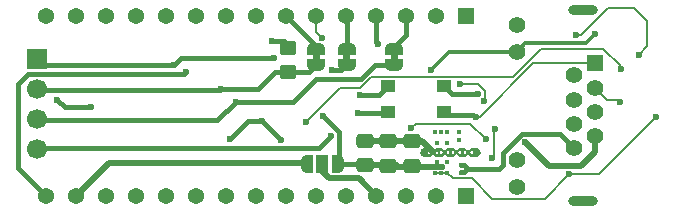
<source format=gbr>
%TF.GenerationSoftware,KiCad,Pcbnew,9.0.1*%
%TF.CreationDate,2025-04-24T23:24:53-04:00*%
%TF.ProjectId,can-nano-shield-rj45,63616e2d-6e61-46e6-9f2d-736869656c64,rev?*%
%TF.SameCoordinates,Original*%
%TF.FileFunction,Copper,L1,Top*%
%TF.FilePolarity,Positive*%
%FSLAX46Y46*%
G04 Gerber Fmt 4.6, Leading zero omitted, Abs format (unit mm)*
G04 Created by KiCad (PCBNEW 9.0.1) date 2025-04-24 23:24:53*
%MOMM*%
%LPD*%
G01*
G04 APERTURE LIST*
G04 Aperture macros list*
%AMRoundRect*
0 Rectangle with rounded corners*
0 $1 Rounding radius*
0 $2 $3 $4 $5 $6 $7 $8 $9 X,Y pos of 4 corners*
0 Add a 4 corners polygon primitive as box body*
4,1,4,$2,$3,$4,$5,$6,$7,$8,$9,$2,$3,0*
0 Add four circle primitives for the rounded corners*
1,1,$1+$1,$2,$3*
1,1,$1+$1,$4,$5*
1,1,$1+$1,$6,$7*
1,1,$1+$1,$8,$9*
0 Add four rect primitives between the rounded corners*
20,1,$1+$1,$2,$3,$4,$5,0*
20,1,$1+$1,$4,$5,$6,$7,0*
20,1,$1+$1,$6,$7,$8,$9,0*
20,1,$1+$1,$8,$9,$2,$3,0*%
%AMFreePoly0*
4,1,23,0.550000,-0.750000,0.000000,-0.750000,0.000000,-0.745722,-0.065263,-0.745722,-0.191342,-0.711940,-0.304381,-0.646677,-0.396677,-0.554381,-0.461940,-0.441342,-0.495722,-0.315263,-0.495722,-0.250000,-0.500000,-0.250000,-0.500000,0.250000,-0.495722,0.250000,-0.495722,0.315263,-0.461940,0.441342,-0.396677,0.554381,-0.304381,0.646677,-0.191342,0.711940,-0.065263,0.745722,0.000000,0.745722,
0.000000,0.750000,0.550000,0.750000,0.550000,-0.750000,0.550000,-0.750000,$1*%
%AMFreePoly1*
4,1,23,0.000000,0.745722,0.065263,0.745722,0.191342,0.711940,0.304381,0.646677,0.396677,0.554381,0.461940,0.441342,0.495722,0.315263,0.495722,0.250000,0.500000,0.250000,0.500000,-0.250000,0.495722,-0.250000,0.495722,-0.315263,0.461940,-0.441342,0.396677,-0.554381,0.304381,-0.646677,0.191342,-0.711940,0.065263,-0.745722,0.000000,-0.745722,0.000000,-0.750000,-0.550000,-0.750000,
-0.550000,0.750000,0.000000,0.750000,0.000000,0.745722,0.000000,0.745722,$1*%
%AMFreePoly2*
4,1,23,0.500000,-0.750000,0.000000,-0.750000,0.000000,-0.745722,-0.065263,-0.745722,-0.191342,-0.711940,-0.304381,-0.646677,-0.396677,-0.554381,-0.461940,-0.441342,-0.495722,-0.315263,-0.495722,-0.250000,-0.500000,-0.250000,-0.500000,0.250000,-0.495722,0.250000,-0.495722,0.315263,-0.461940,0.441342,-0.396677,0.554381,-0.304381,0.646677,-0.191342,0.711940,-0.065263,0.745722,0.000000,0.745722,
0.000000,0.750000,0.500000,0.750000,0.500000,-0.750000,0.500000,-0.750000,$1*%
%AMFreePoly3*
4,1,23,0.000000,0.745722,0.065263,0.745722,0.191342,0.711940,0.304381,0.646677,0.396677,0.554381,0.461940,0.441342,0.495722,0.315263,0.495722,0.250000,0.500000,0.250000,0.500000,-0.250000,0.495722,-0.250000,0.495722,-0.315263,0.461940,-0.441342,0.396677,-0.554381,0.304381,-0.646677,0.191342,-0.711940,0.065263,-0.745722,0.000000,-0.745722,0.000000,-0.750000,-0.500000,-0.750000,
-0.500000,0.750000,0.000000,0.750000,0.000000,0.745722,0.000000,0.745722,$1*%
G04 Aperture macros list end*
%TA.AperFunction,EtchedComponent*%
%ADD10C,0.000000*%
%TD*%
%TA.AperFunction,SMDPad,CuDef*%
%ADD11RoundRect,0.250000X0.475000X-0.337500X0.475000X0.337500X-0.475000X0.337500X-0.475000X-0.337500X0*%
%TD*%
%TA.AperFunction,SMDPad,CuDef*%
%ADD12FreePoly0,180.000000*%
%TD*%
%TA.AperFunction,SMDPad,CuDef*%
%ADD13R,1.000000X1.500000*%
%TD*%
%TA.AperFunction,SMDPad,CuDef*%
%ADD14FreePoly1,180.000000*%
%TD*%
%TA.AperFunction,SMDPad,CuDef*%
%ADD15FreePoly2,270.000000*%
%TD*%
%TA.AperFunction,SMDPad,CuDef*%
%ADD16FreePoly3,270.000000*%
%TD*%
%TA.AperFunction,ComponentPad*%
%ADD17R,1.400000X1.400000*%
%TD*%
%TA.AperFunction,ComponentPad*%
%ADD18C,1.400000*%
%TD*%
%TA.AperFunction,ComponentPad*%
%ADD19O,2.500000X0.800000*%
%TD*%
%TA.AperFunction,ComponentPad*%
%ADD20R,1.370000X1.370000*%
%TD*%
%TA.AperFunction,ComponentPad*%
%ADD21C,1.370000*%
%TD*%
%TA.AperFunction,SMDPad,CuDef*%
%ADD22RoundRect,0.250000X-0.450000X0.350000X-0.450000X-0.350000X0.450000X-0.350000X0.450000X0.350000X0*%
%TD*%
%TA.AperFunction,SMDPad,CuDef*%
%ADD23R,1.219200X0.990600*%
%TD*%
%TA.AperFunction,ComponentPad*%
%ADD24C,0.400000*%
%TD*%
%TA.AperFunction,ComponentPad*%
%ADD25R,1.700000X1.700000*%
%TD*%
%TA.AperFunction,ComponentPad*%
%ADD26C,1.700000*%
%TD*%
%TA.AperFunction,ViaPad*%
%ADD27C,0.600000*%
%TD*%
%TA.AperFunction,Conductor*%
%ADD28C,0.400000*%
%TD*%
%TA.AperFunction,Conductor*%
%ADD29C,0.500000*%
%TD*%
%TA.AperFunction,Conductor*%
%ADD30C,0.200000*%
%TD*%
%TA.AperFunction,Conductor*%
%ADD31C,0.300000*%
%TD*%
G04 APERTURE END LIST*
D10*
%TA.AperFunction,EtchedComponent*%
%TO.C,JP2*%
G36*
X139000000Y-88450000D02*
G01*
X138400000Y-88450000D01*
X138400000Y-87950000D01*
X139000000Y-87950000D01*
X139000000Y-88450000D01*
G37*
%TD.AperFunction*%
%TA.AperFunction,EtchedComponent*%
%TO.C,JP3*%
G36*
X141575000Y-88450000D02*
G01*
X140975000Y-88450000D01*
X140975000Y-87950000D01*
X141575000Y-87950000D01*
X141575000Y-88450000D01*
G37*
%TD.AperFunction*%
%TA.AperFunction,EtchedComponent*%
%TO.C,JP4*%
G36*
X145600000Y-88425000D02*
G01*
X145000000Y-88425000D01*
X145000000Y-87925000D01*
X145600000Y-87925000D01*
X145600000Y-88425000D01*
G37*
%TD.AperFunction*%
%TD*%
D11*
%TO.P,C9,1*%
%TO.N,VCC*%
X142780000Y-97367500D03*
%TO.P,C9,2*%
%TO.N,GND*%
X142780000Y-95292500D03*
%TD*%
D12*
%TO.P,JP1,1,A*%
%TO.N,VCC*%
X140490000Y-97212500D03*
D13*
%TO.P,JP1,2,C*%
%TO.N,+5V*%
X139190000Y-97212500D03*
D14*
%TO.P,JP1,3,B*%
%TO.N,+3V3*%
X137890000Y-97212500D03*
%TD*%
D15*
%TO.P,JP2,1,A*%
%TO.N,/CAN_CS_DEFAULT*%
X138700000Y-87550000D03*
D16*
%TO.P,JP2,2,B*%
%TO.N,/CAN_CS*%
X138700000Y-88850000D03*
%TD*%
D15*
%TO.P,JP3,1,A*%
%TO.N,/CAN_INT_DEFAULT*%
X141275000Y-87550000D03*
D16*
%TO.P,JP3,2,B*%
%TO.N,/~{CAN_INT}*%
X141275000Y-88850000D03*
%TD*%
D17*
%TO.P,J4,1*%
%TO.N,/CAN_H*%
X162260000Y-88730000D03*
D18*
%TO.P,J4,2*%
%TO.N,/CAN_L*%
X160480000Y-89750000D03*
%TO.P,J4,3*%
%TO.N,GND*%
X162260000Y-90770000D03*
%TO.P,J4,4*%
%TO.N,/CAN_SYNC*%
X160480000Y-91790000D03*
%TO.P,J4,5*%
%TO.N,/CAN_ESTOP*%
X162260000Y-92810000D03*
%TO.P,J4,6*%
%TO.N,/CAN_SHLD*%
X160480000Y-93830000D03*
%TO.P,J4,7*%
%TO.N,GND*%
X162260000Y-94850000D03*
%TO.P,J4,8*%
%TO.N,/CAN_V+*%
X160480000Y-95870000D03*
%TO.P,J4,9*%
%TO.N,GND*%
X155660000Y-99160000D03*
%TO.P,J4,10*%
%TO.N,/LED_PWR*%
X155660000Y-96870000D03*
%TO.P,J4,11*%
%TO.N,GND*%
X155660000Y-87730000D03*
%TO.P,J4,12*%
%TO.N,/LED_TX*%
X155660000Y-85440000D03*
D19*
%TO.P,J4,13*%
%TO.N,N/C*%
X161240000Y-84200000D03*
%TO.P,J4,14*%
X161240000Y-100400000D03*
%TD*%
D20*
%TO.P,J2,01,01*%
%TO.N,unconnected-(J2-Pad01)*%
X151400000Y-99930000D03*
D21*
%TO.P,J2,02,02*%
%TO.N,GND*%
X148860000Y-99930000D03*
%TO.P,J2,03,03*%
%TO.N,/RST2*%
X146320000Y-99930000D03*
%TO.P,J2,04,04*%
%TO.N,+5V*%
X143780000Y-99930000D03*
%TO.P,J2,05,05*%
%TO.N,/A7*%
X141240000Y-99930000D03*
%TO.P,J2,06,06*%
%TO.N,/A6*%
X138700000Y-99930000D03*
%TO.P,J2,07,07*%
%TO.N,/A5*%
X136160000Y-99930000D03*
%TO.P,J2,08,08*%
%TO.N,/A4*%
X133620000Y-99930000D03*
%TO.P,J2,09,09*%
%TO.N,/A3*%
X131080000Y-99930000D03*
%TO.P,J2,10,10*%
%TO.N,/A2*%
X128540000Y-99930000D03*
%TO.P,J2,11,11*%
%TO.N,/A1*%
X126000000Y-99930000D03*
%TO.P,J2,12,12*%
%TO.N,/A0*%
X123460000Y-99930000D03*
%TO.P,J2,13,13*%
%TO.N,/AREF*%
X120920000Y-99930000D03*
%TO.P,J2,14,14*%
%TO.N,+3V3*%
X118380000Y-99930000D03*
%TO.P,J2,15,15*%
%TO.N,/SCK*%
X115840000Y-99930000D03*
%TD*%
D22*
%TO.P,R1,1*%
%TO.N,VCC*%
X136325000Y-87425000D03*
%TO.P,R1,2*%
%TO.N,/CAN_CS*%
X136325000Y-89425000D03*
%TD*%
D11*
%TO.P,C11,1*%
%TO.N,VCC*%
X146760000Y-97377500D03*
%TO.P,C11,2*%
%TO.N,GND*%
X146760000Y-95302500D03*
%TD*%
D15*
%TO.P,JP4,1,A*%
%TO.N,/RST1*%
X145300000Y-87525000D03*
D16*
%TO.P,JP4,2,B*%
%TO.N,/CAN_RESET*%
X145300000Y-88825000D03*
%TD*%
D11*
%TO.P,C10,1*%
%TO.N,VCC*%
X144780000Y-97377500D03*
%TO.P,C10,2*%
%TO.N,GND*%
X144780000Y-95302500D03*
%TD*%
D23*
%TO.P,T1,1,1*%
%TO.N,/CAN_H_IN*%
X144781000Y-92875000D03*
%TO.P,T1,2,2*%
%TO.N,/CAN_H*%
X149480000Y-92875000D03*
%TO.P,T1,3,3*%
%TO.N,/CAN_L*%
X149480000Y-90675000D03*
%TO.P,T1,4,4*%
%TO.N,/CAN_L_IN*%
X144781000Y-90675000D03*
%TD*%
D20*
%TO.P,J1,01,01*%
%TO.N,/D1*%
X151405000Y-84700000D03*
D21*
%TO.P,J1,02,02*%
%TO.N,/D0*%
X148865000Y-84700000D03*
%TO.P,J1,03,03*%
%TO.N,/RST1*%
X146325000Y-84700000D03*
%TO.P,J1,04,04*%
%TO.N,GND*%
X143785000Y-84700000D03*
%TO.P,J1,05,05*%
%TO.N,/CAN_INT_DEFAULT*%
X141245000Y-84700000D03*
%TO.P,J1,06,06*%
%TO.N,/SYNC*%
X138705000Y-84700000D03*
%TO.P,J1,07,07*%
%TO.N,/CAN_CS_DEFAULT*%
X136165000Y-84700000D03*
%TO.P,J1,08,08*%
%TO.N,/ESTOP*%
X133625000Y-84700000D03*
%TO.P,J1,09,09*%
%TO.N,/D6*%
X131085000Y-84700000D03*
%TO.P,J1,10,10*%
%TO.N,/D7*%
X128545000Y-84700000D03*
%TO.P,J1,11,11*%
%TO.N,/D8*%
X126005000Y-84700000D03*
%TO.P,J1,12,12*%
%TO.N,/D9*%
X123465000Y-84700000D03*
%TO.P,J1,13,13*%
%TO.N,/D10*%
X120925000Y-84700000D03*
%TO.P,J1,14,14*%
%TO.N,/MOSI*%
X118385000Y-84700000D03*
%TO.P,J1,15,15*%
%TO.N,/MISO*%
X115845000Y-84700000D03*
%TD*%
D24*
%TO.P,U3,3_1*%
%TO.N,/CAN_V+*%
X150980000Y-97989000D03*
%TO.P,U3,3_2*%
X150980000Y-97310000D03*
%TO.P,U3,4_1*%
%TO.N,VCC*%
X149780000Y-97990000D03*
%TO.P,U3,4_2*%
X149280000Y-97990000D03*
%TO.P,U3,4_3*%
X148780000Y-97990000D03*
%TO.P,U3,4_4*%
X149740000Y-97040000D03*
%TO.P,U3,4_5*%
X148920000Y-97040000D03*
%TO.P,U3,5_1*%
%TO.N,Net-(U3-SW-Pad5)*%
X149780000Y-94530000D03*
%TO.P,U3,5_2*%
X149280000Y-94530000D03*
%TO.P,U3,5_3*%
X148780000Y-94530000D03*
%TO.P,U3,5_4*%
X149740000Y-95480000D03*
%TO.P,U3,5_5*%
X148920000Y-95480000D03*
%TO.P,U3,6_1*%
X150780000Y-95209000D03*
%TO.P,U3,6_2*%
X150780000Y-94530000D03*
%TO.P,U3,10_2*%
%TO.N,GND*%
X151560000Y-96260000D03*
%TO.P,U3,10_3*%
X150560000Y-96260000D03*
%TO.P,U3,10_4*%
X149560000Y-96260000D03*
%TO.P,U3,10_5*%
X148560000Y-96260000D03*
%TD*%
D25*
%TO.P,J3,1,Pin_1*%
%TO.N,/~{CAN_INT}*%
X115025000Y-88375000D03*
D26*
%TO.P,J3,2,Pin_2*%
%TO.N,/CAN_CS*%
X115025000Y-90915000D03*
%TO.P,J3,3,Pin_3*%
%TO.N,/CAN_RESET*%
X115025000Y-93455000D03*
%TO.P,J3,4,Pin_4*%
%TO.N,/SILENT*%
X115025000Y-95995000D03*
%TD*%
D27*
%TO.N,/SYNC*%
X139171000Y-86560000D03*
%TO.N,GND*%
X131375000Y-95100000D03*
X135725000Y-95175000D03*
X143919347Y-87045000D03*
X152931303Y-91943052D03*
X148420000Y-89278700D03*
X119590000Y-92430000D03*
X150825000Y-90478700D03*
X162290000Y-86230000D03*
X156392831Y-95392831D03*
X134125000Y-93575000D03*
X116780000Y-91820000D03*
X164370000Y-92030000D03*
%TO.N,/CAN_H*%
X152210000Y-93260000D03*
%TO.N,/CAN_L*%
X152350000Y-91330000D03*
%TO.N,/SILENT*%
X139925000Y-94875000D03*
%TO.N,/CAN_CS*%
X130650000Y-90875000D03*
%TO.N,/~{CAN_INT}*%
X140000000Y-89300000D03*
X126610000Y-88875000D03*
X135150000Y-88300000D03*
%TO.N,/CAN_RESET*%
X131862500Y-91987500D03*
%TO.N,/SCK*%
X127700000Y-89450000D03*
%TO.N,/CAN_TX*%
X137837500Y-93712500D03*
X164501000Y-89230000D03*
%TO.N,/CAN_H_IN*%
X142245000Y-92945000D03*
%TO.N,/CAN_L_IN*%
X142362500Y-91437500D03*
%TO.N,Net-(Q1-S)*%
X160710000Y-86360000D03*
X165980000Y-88020000D03*
%TO.N,VCC*%
X167448870Y-93277355D03*
X134950000Y-86850000D03*
X160100000Y-98125000D03*
X139250000Y-93175000D03*
X145190000Y-97365000D03*
X149335000Y-97460000D03*
%TO.N,Net-(U3-FB)*%
X153037500Y-95152500D03*
X146730000Y-94215000D03*
%TO.N,Net-(U3-RT)*%
X153850000Y-94262500D03*
X153600000Y-96740000D03*
%TD*%
D28*
%TO.N,/RST1*%
X146325000Y-84690000D02*
X146325000Y-86325000D01*
X145300000Y-87350000D02*
X145300000Y-87525000D01*
X146325000Y-86325000D02*
X145300000Y-87350000D01*
D29*
%TO.N,+3V3*%
X137890000Y-97212500D02*
X137852500Y-97175000D01*
X121135000Y-97175000D02*
X118380000Y-99930000D01*
X137852500Y-97175000D02*
X121135000Y-97175000D01*
D30*
%TO.N,/SYNC*%
X138705000Y-86094000D02*
X138705000Y-84700000D01*
D28*
X138750000Y-84735000D02*
X138705000Y-84690000D01*
D30*
X139171000Y-86560000D02*
X138705000Y-86094000D01*
D31*
%TO.N,GND*%
X149968700Y-87730000D02*
X148420000Y-89278700D01*
D28*
X143785000Y-84700000D02*
X143785000Y-86910653D01*
D30*
X152951000Y-91923355D02*
X152931303Y-91943052D01*
D29*
X158375000Y-97375000D02*
X161125000Y-97375000D01*
D30*
X163300000Y-91810000D02*
X162260000Y-90770000D01*
D28*
X117390000Y-92430000D02*
X116780000Y-91820000D01*
D30*
X150825000Y-90478700D02*
X152348643Y-90478700D01*
D31*
X161509000Y-87011000D02*
X162290000Y-86230000D01*
D29*
X161125000Y-97375000D02*
X162260000Y-96240000D01*
X147625000Y-95275000D02*
X145537500Y-95275000D01*
D31*
X155660000Y-87730000D02*
X156379000Y-87011000D01*
D29*
X156392831Y-95392831D02*
X158375000Y-97375000D01*
D31*
X156379000Y-87011000D02*
X161509000Y-87011000D01*
D29*
X162260000Y-96240000D02*
X162260000Y-94850000D01*
X148560000Y-96260000D02*
X148560000Y-96210000D01*
D30*
X164370000Y-92030000D02*
X164150000Y-91810000D01*
X164150000Y-91810000D02*
X163300000Y-91810000D01*
D29*
X145537500Y-95275000D02*
X145525000Y-95262500D01*
D30*
X152348643Y-90478700D02*
X152951000Y-91081057D01*
D29*
X148560000Y-96210000D02*
X147625000Y-95275000D01*
D28*
X135725000Y-95175000D02*
X134125000Y-93575000D01*
D31*
X155660000Y-87730000D02*
X149968700Y-87730000D01*
D30*
X152951000Y-91081057D02*
X152951000Y-91923355D01*
D28*
X143785000Y-86910653D02*
X143919347Y-87045000D01*
X132900000Y-93575000D02*
X134125000Y-93575000D01*
X131375000Y-95100000D02*
X132900000Y-93575000D01*
D29*
X145525000Y-95262500D02*
X142810000Y-95262500D01*
D28*
X119590000Y-92430000D02*
X117390000Y-92430000D01*
D29*
X142810000Y-95262500D02*
X142780000Y-95292500D01*
%TO.N,+5V*%
X142268500Y-98418500D02*
X142275000Y-98425000D01*
X139190000Y-97857384D02*
X139751116Y-98418500D01*
X139190000Y-97212500D02*
X139190000Y-97857384D01*
X139751116Y-98418500D02*
X142268500Y-98418500D01*
X142275000Y-98425000D02*
X143780000Y-99930000D01*
D28*
X143755000Y-99930000D02*
X143785000Y-99930000D01*
%TO.N,/CAN_CS_DEFAULT*%
X138700000Y-87550000D02*
X138700000Y-87235000D01*
X138700000Y-87235000D02*
X136165000Y-84700000D01*
X138700000Y-87550000D02*
X138750000Y-87500000D01*
%TO.N,/CAN_INT_DEFAULT*%
X141245000Y-87270000D02*
X141275000Y-87300000D01*
X141275000Y-87300000D02*
X141275000Y-84720000D01*
X141275000Y-84720000D02*
X141245000Y-84690000D01*
D30*
%TO.N,/CAN_H*%
X152534918Y-93275000D02*
X157079918Y-88730000D01*
X152225000Y-93275000D02*
X152534918Y-93275000D01*
D28*
X152180000Y-93260000D02*
X151995000Y-93075000D01*
D30*
X152210000Y-93260000D02*
X152225000Y-93275000D01*
D28*
X149680000Y-93075000D02*
X149480000Y-92875000D01*
X152210000Y-93260000D02*
X152180000Y-93260000D01*
D30*
X157079918Y-88730000D02*
X162260000Y-88730000D01*
D28*
X151995000Y-93075000D02*
X149680000Y-93075000D01*
%TO.N,/CAN_L*%
X152330000Y-91350000D02*
X150155000Y-91350000D01*
X152350000Y-91330000D02*
X152330000Y-91350000D01*
X150155000Y-91350000D02*
X149480000Y-90675000D01*
%TO.N,/SILENT*%
X115120000Y-95900000D02*
X115025000Y-95995000D01*
X139925000Y-94875000D02*
X138900000Y-95900000D01*
X138900000Y-95900000D02*
X115120000Y-95900000D01*
%TO.N,/CAN_CS*%
X135162500Y-89462500D02*
X138087500Y-89462500D01*
X115025000Y-90915000D02*
X115130000Y-91020000D01*
X138087500Y-89462500D02*
X138750000Y-88800000D01*
X115130000Y-91020000D02*
X130505000Y-91020000D01*
X130650000Y-90875000D02*
X133750000Y-90875000D01*
X130505000Y-91020000D02*
X130650000Y-90875000D01*
X133750000Y-90875000D02*
X135162500Y-89462500D01*
%TO.N,/~{CAN_INT}*%
X115525000Y-88875000D02*
X115025000Y-88375000D01*
X126610000Y-88875000D02*
X115525000Y-88875000D01*
X140000000Y-89300000D02*
X140825000Y-89300000D01*
X126610000Y-88875000D02*
X126650000Y-88875000D01*
X126650000Y-88875000D02*
X127225000Y-88300000D01*
X127225000Y-88300000D02*
X135150000Y-88300000D01*
X140825000Y-89300000D02*
X141275000Y-88850000D01*
%TO.N,/CAN_RESET*%
X138636500Y-90063500D02*
X136712500Y-91987500D01*
X142436500Y-90063500D02*
X138636500Y-90063500D01*
X115130000Y-93560000D02*
X115025000Y-93455000D01*
X143675000Y-88825000D02*
X142436500Y-90063500D01*
X131862500Y-91987500D02*
X130290000Y-93560000D01*
X145300000Y-88825000D02*
X143675000Y-88825000D01*
X130290000Y-93560000D02*
X115130000Y-93560000D01*
X136712500Y-91987500D02*
X131862500Y-91987500D01*
%TO.N,/SCK*%
X127700000Y-89450000D02*
X127500000Y-89650000D01*
X113475000Y-97560000D02*
X115845000Y-99930000D01*
X114300000Y-89650000D02*
X113475000Y-90475000D01*
X113475000Y-90475000D02*
X113475000Y-97560000D01*
X127500000Y-89650000D02*
X114300000Y-89650000D01*
D30*
%TO.N,/CAN_TX*%
X164501000Y-89230000D02*
X164501000Y-88969000D01*
X163002000Y-87470000D02*
X157755000Y-87470000D01*
X155346300Y-89878700D02*
X143329820Y-89878700D01*
X140713500Y-90836500D02*
X137837500Y-93712500D01*
X164501000Y-88969000D02*
X163002000Y-87470000D01*
X142372020Y-90836500D02*
X140713500Y-90836500D01*
X143329820Y-89878700D02*
X142372020Y-90836500D01*
X157755000Y-87470000D02*
X155346300Y-89878700D01*
D28*
%TO.N,/CAN_H_IN*%
X142245000Y-92945000D02*
X144711000Y-92945000D01*
X144711000Y-92945000D02*
X144781000Y-92875000D01*
%TO.N,/CAN_L_IN*%
X144018500Y-91437500D02*
X144781000Y-90675000D01*
X142362500Y-91437500D02*
X144018500Y-91437500D01*
%TO.N,/CAN_V+*%
X150980000Y-97310000D02*
X151160001Y-97310000D01*
X151161000Y-97949000D02*
X150980000Y-97949000D01*
X154475000Y-97350000D02*
X154475000Y-96319298D01*
X151500001Y-97650000D02*
X154175000Y-97650000D01*
X151160001Y-97310000D02*
X151500001Y-97650000D01*
X154475000Y-96319298D02*
X156102467Y-94691831D01*
X156102467Y-94691831D02*
X159301831Y-94691831D01*
X151500001Y-97650000D02*
X151460000Y-97650000D01*
X151460000Y-97650000D02*
X151161000Y-97949000D01*
X159301831Y-94691831D02*
X160480000Y-95870000D01*
X154175000Y-97650000D02*
X154475000Y-97350000D01*
D30*
%TO.N,Net-(Q1-S)*%
X165597775Y-84024000D02*
X163402338Y-84024000D01*
X166726000Y-85152225D02*
X165597775Y-84024000D01*
X161066338Y-86360000D02*
X160710000Y-86360000D01*
X166726000Y-87274000D02*
X166726000Y-85152225D01*
X165980000Y-88020000D02*
X166726000Y-87274000D01*
X163402338Y-84024000D02*
X161066338Y-86360000D01*
D29*
%TO.N,VCC*%
X145525000Y-97337500D02*
X142810000Y-97337500D01*
D30*
X160095000Y-98125000D02*
X160100000Y-98125000D01*
X149780000Y-97990000D02*
X150240000Y-98450000D01*
D29*
X149275000Y-97520000D02*
X145347500Y-97520000D01*
D28*
X139250000Y-93175000D02*
X140630000Y-94555000D01*
X140630000Y-97072500D02*
X140490000Y-97212500D01*
D29*
X142810000Y-97337500D02*
X142780000Y-97367500D01*
D28*
X136325000Y-87225000D02*
X136325000Y-87387500D01*
X140630000Y-94555000D02*
X140630000Y-97072500D01*
D30*
X150240000Y-98450000D02*
X151875000Y-98450000D01*
D29*
X145192500Y-97365000D02*
X145190000Y-97365000D01*
D30*
X167448870Y-93277355D02*
X162601225Y-98125000D01*
D28*
X135950000Y-86850000D02*
X136325000Y-87225000D01*
X142780000Y-97367500D02*
X142632500Y-97220000D01*
X134950000Y-86850000D02*
X135950000Y-86850000D01*
D30*
X149780000Y-97990000D02*
X148780000Y-97990000D01*
X153600000Y-100175000D02*
X158045000Y-100175000D01*
D29*
X149335000Y-97460000D02*
X149275000Y-97520000D01*
X145195000Y-97337500D02*
X145525000Y-97337500D01*
D30*
X162601225Y-98125000D02*
X160100000Y-98125000D01*
X151875000Y-98450000D02*
X153600000Y-100175000D01*
D28*
X142632500Y-97220000D02*
X140497500Y-97220000D01*
D29*
X145347500Y-97520000D02*
X145192500Y-97365000D01*
D30*
X158045000Y-100175000D02*
X160095000Y-98125000D01*
D29*
X145190000Y-97365000D02*
X145190000Y-97342500D01*
X145190000Y-97342500D02*
X145195000Y-97337500D01*
D28*
X140497500Y-97220000D02*
X140490000Y-97212500D01*
D30*
%TO.N,Net-(U3-FB)*%
X147115000Y-93830000D02*
X146730000Y-94215000D01*
X153037500Y-95152500D02*
X151715001Y-93830000D01*
X151715001Y-93830000D02*
X147115000Y-93830000D01*
%TO.N,Net-(U3-RT)*%
X153775001Y-94337499D02*
X153850000Y-94262500D01*
X153600000Y-96740000D02*
X153600000Y-96634534D01*
X153600000Y-96634534D02*
X153775001Y-96459533D01*
X153775001Y-96459533D02*
X153775001Y-94337499D01*
%TD*%
%TA.AperFunction,Conductor*%
%TO.N,GND*%
G36*
X148310752Y-95868907D02*
G01*
X148320661Y-95882545D01*
X148322315Y-95880892D01*
X148551423Y-96110000D01*
X148530163Y-96110000D01*
X148475032Y-96132836D01*
X148432836Y-96175032D01*
X148410000Y-96230163D01*
X148410000Y-96251423D01*
X148215414Y-96056837D01*
X148187260Y-96105603D01*
X148160000Y-96207340D01*
X148160000Y-96312659D01*
X148187259Y-96414393D01*
X148215415Y-96463161D01*
X148410000Y-96268576D01*
X148410000Y-96289837D01*
X148432836Y-96344968D01*
X148475032Y-96387164D01*
X148530163Y-96410000D01*
X148551421Y-96410000D01*
X148342631Y-96618789D01*
X148340879Y-96628242D01*
X148296496Y-96670357D01*
X148253878Y-96680000D01*
X147922791Y-96680000D01*
X147907304Y-96678781D01*
X147802246Y-96662141D01*
X147772788Y-96652570D01*
X147685041Y-96607861D01*
X147659982Y-96589655D01*
X147590344Y-96520017D01*
X147572138Y-96494958D01*
X147531090Y-96414396D01*
X147527428Y-96407208D01*
X147517859Y-96377759D01*
X147502452Y-96280480D01*
X147502452Y-96249519D01*
X147517859Y-96152242D01*
X147527427Y-96122793D01*
X147572141Y-96035036D01*
X147590341Y-96009985D01*
X147659985Y-95940341D01*
X147685036Y-95922141D01*
X147772793Y-95877427D01*
X147802240Y-95867859D01*
X147907304Y-95851219D01*
X147922791Y-95850000D01*
X148252561Y-95850000D01*
X148310752Y-95868907D01*
G37*
%TD.AperFunction*%
%TA.AperFunction,Conductor*%
G36*
X149310752Y-95868907D02*
G01*
X149320661Y-95882545D01*
X149322315Y-95880892D01*
X149551423Y-96110000D01*
X149530163Y-96110000D01*
X149475032Y-96132836D01*
X149432836Y-96175032D01*
X149410000Y-96230163D01*
X149410000Y-96251423D01*
X149215414Y-96056837D01*
X149187260Y-96105603D01*
X149160000Y-96207340D01*
X149160000Y-96312659D01*
X149187259Y-96414393D01*
X149215415Y-96463161D01*
X149410000Y-96268576D01*
X149410000Y-96289837D01*
X149432836Y-96344968D01*
X149475032Y-96387164D01*
X149530163Y-96410000D01*
X149551421Y-96410000D01*
X149342631Y-96618789D01*
X149340879Y-96628242D01*
X149296496Y-96670357D01*
X149253878Y-96680000D01*
X148866121Y-96680000D01*
X148807930Y-96661093D01*
X148776737Y-96618160D01*
X148568577Y-96410000D01*
X148589837Y-96410000D01*
X148644968Y-96387164D01*
X148687164Y-96344968D01*
X148710000Y-96289837D01*
X148710000Y-96268577D01*
X148904584Y-96463161D01*
X148932739Y-96414396D01*
X148960000Y-96312659D01*
X148960000Y-96207340D01*
X148932739Y-96105601D01*
X148904585Y-96056837D01*
X148904584Y-96056836D01*
X148710000Y-96251420D01*
X148710000Y-96230163D01*
X148687164Y-96175032D01*
X148644968Y-96132836D01*
X148589837Y-96110000D01*
X148568577Y-96110000D01*
X148797684Y-95880893D01*
X148799993Y-95883202D01*
X148824799Y-95859653D01*
X148867438Y-95850000D01*
X149252561Y-95850000D01*
X149310752Y-95868907D01*
G37*
%TD.AperFunction*%
%TA.AperFunction,Conductor*%
G36*
X150310752Y-95868907D02*
G01*
X150320661Y-95882545D01*
X150322315Y-95880892D01*
X150551423Y-96110000D01*
X150530163Y-96110000D01*
X150475032Y-96132836D01*
X150432836Y-96175032D01*
X150410000Y-96230163D01*
X150410000Y-96251423D01*
X150215414Y-96056837D01*
X150187260Y-96105603D01*
X150160000Y-96207340D01*
X150160000Y-96312659D01*
X150187259Y-96414393D01*
X150215415Y-96463161D01*
X150410000Y-96268576D01*
X150410000Y-96289837D01*
X150432836Y-96344968D01*
X150475032Y-96387164D01*
X150530163Y-96410000D01*
X150551421Y-96410000D01*
X150342631Y-96618789D01*
X150340879Y-96628242D01*
X150296496Y-96670357D01*
X150253878Y-96680000D01*
X149866121Y-96680000D01*
X149807930Y-96661093D01*
X149776737Y-96618160D01*
X149568577Y-96410000D01*
X149589837Y-96410000D01*
X149644968Y-96387164D01*
X149687164Y-96344968D01*
X149710000Y-96289837D01*
X149710000Y-96268577D01*
X149904584Y-96463161D01*
X149932739Y-96414396D01*
X149960000Y-96312659D01*
X149960000Y-96207340D01*
X149932739Y-96105601D01*
X149904585Y-96056837D01*
X149904584Y-96056836D01*
X149710000Y-96251420D01*
X149710000Y-96230163D01*
X149687164Y-96175032D01*
X149644968Y-96132836D01*
X149589837Y-96110000D01*
X149568577Y-96110000D01*
X149797684Y-95880893D01*
X149799993Y-95883202D01*
X149824799Y-95859653D01*
X149867438Y-95850000D01*
X150252561Y-95850000D01*
X150310752Y-95868907D01*
G37*
%TD.AperFunction*%
%TA.AperFunction,Conductor*%
G36*
X151310752Y-95868907D02*
G01*
X151320661Y-95882545D01*
X151322315Y-95880892D01*
X151551423Y-96110000D01*
X151530163Y-96110000D01*
X151475032Y-96132836D01*
X151432836Y-96175032D01*
X151410000Y-96230163D01*
X151410000Y-96251423D01*
X151215414Y-96056837D01*
X151187260Y-96105603D01*
X151160000Y-96207340D01*
X151160000Y-96312659D01*
X151187259Y-96414393D01*
X151215415Y-96463161D01*
X151410000Y-96268576D01*
X151410000Y-96289837D01*
X151432836Y-96344968D01*
X151475032Y-96387164D01*
X151530163Y-96410000D01*
X151551421Y-96410000D01*
X151342631Y-96618789D01*
X151340879Y-96628242D01*
X151296496Y-96670357D01*
X151253878Y-96680000D01*
X150866121Y-96680000D01*
X150807930Y-96661093D01*
X150776737Y-96618160D01*
X150568577Y-96410000D01*
X150589837Y-96410000D01*
X150644968Y-96387164D01*
X150687164Y-96344968D01*
X150710000Y-96289837D01*
X150710000Y-96268577D01*
X150904584Y-96463161D01*
X150932739Y-96414396D01*
X150960000Y-96312659D01*
X150960000Y-96207340D01*
X150932739Y-96105601D01*
X150904585Y-96056837D01*
X150904584Y-96056836D01*
X150710000Y-96251420D01*
X150710000Y-96230163D01*
X150687164Y-96175032D01*
X150644968Y-96132836D01*
X150589837Y-96110000D01*
X150568577Y-96110000D01*
X150797684Y-95880893D01*
X150799993Y-95883202D01*
X150824799Y-95859653D01*
X150867438Y-95850000D01*
X151252561Y-95850000D01*
X151310752Y-95868907D01*
G37*
%TD.AperFunction*%
%TA.AperFunction,Conductor*%
G36*
X152192696Y-95851219D02*
G01*
X152297757Y-95867859D01*
X152327208Y-95877428D01*
X152414960Y-95922139D01*
X152440017Y-95940344D01*
X152509655Y-96009982D01*
X152527861Y-96035041D01*
X152572570Y-96122788D01*
X152582141Y-96152246D01*
X152597547Y-96249513D01*
X152597547Y-96280488D01*
X152582141Y-96377754D01*
X152572570Y-96407211D01*
X152527861Y-96494958D01*
X152509655Y-96520017D01*
X152440017Y-96589655D01*
X152414958Y-96607861D01*
X152327211Y-96652570D01*
X152297754Y-96662141D01*
X152245882Y-96670357D01*
X152192695Y-96678781D01*
X152177209Y-96680000D01*
X151866121Y-96680000D01*
X151807930Y-96661093D01*
X151776737Y-96618160D01*
X151568577Y-96410000D01*
X151589837Y-96410000D01*
X151644968Y-96387164D01*
X151687164Y-96344968D01*
X151710000Y-96289837D01*
X151710000Y-96268577D01*
X151904584Y-96463161D01*
X151932739Y-96414396D01*
X151960000Y-96312659D01*
X151960000Y-96207340D01*
X151932739Y-96105601D01*
X151904585Y-96056837D01*
X151904584Y-96056836D01*
X151710000Y-96251420D01*
X151710000Y-96230163D01*
X151687164Y-96175032D01*
X151644968Y-96132836D01*
X151589837Y-96110000D01*
X151568577Y-96110000D01*
X151797684Y-95880893D01*
X151799993Y-95883202D01*
X151824799Y-95859653D01*
X151867438Y-95850000D01*
X152177209Y-95850000D01*
X152192696Y-95851219D01*
G37*
%TD.AperFunction*%
%TD*%
M02*

</source>
